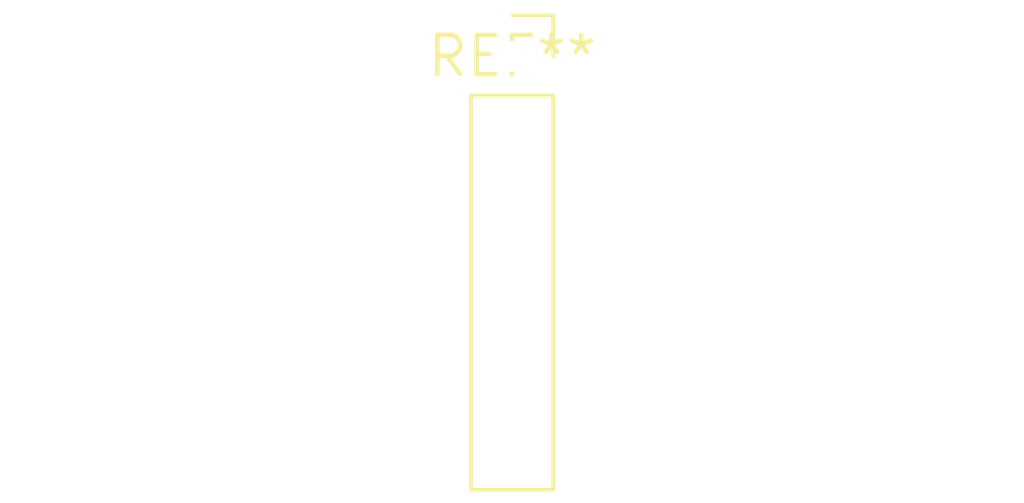
<source format=kicad_pcb>
(kicad_pcb (version 20240108) (generator pcbnew)
  (layers (0 "F.Cu" signal) (31 "B.Cu" signal) (34 "B.Paste" user) (35 "F.Paste" user) (36 "B.SilkS" user "B.Silkscreen") (37 "F.SilkS" user "F.Silkscreen") (38 "B.Mask" user) (39 "F.Mask" user) (44 "Edge.Cuts" user))
  (net 0 "")
  (footprint "PinSocket_1x06_P2.54mm_Vertical" (layer "F.Cu") (at 0 0)
    (property "Reference" "REF**")
    (property "Value" "PinSocket_1x06_P2.54mm_Vertical")
    (fp_line (start -1.33 1.27) (end -1.33 14.03) (layer "F.SilkS") (stroke (width 0.12)))
    (fp_line (start -1.33 1.27) (end 1.33 1.27) (layer "F.SilkS") (stroke (width 0.12)))
    (fp_line (start -1.33 14.03) (end 1.33 14.03) (layer "F.SilkS") (stroke (width 0.12)))
    (fp_line (start 0 -1.33) (end 1.33 -1.33) (layer "F.SilkS") (stroke (width 0.12)))
    (fp_line (start 1.33 -1.33) (end 1.33 0) (layer "F.SilkS") (stroke (width 0.12)))
    (fp_line (start 1.33 1.27) (end 1.33 14.03) (layer "F.SilkS") (stroke (width 0.12)))
    (pad "1" thru_hole rect (at 0 0) (size 1.7 1.7) (drill 1) (layers *.Cu *.Mask) (remove_unused_layers))
    (pad "2" thru_hole oval (at 0 2.54) (size 1.7 1.7) (drill 1) (layers *.Cu *.Mask) (remove_unused_layers))
    (pad "3" thru_hole oval (at 0 5.08) (size 1.7 1.7) (drill 1) (layers *.Cu *.Mask) (remove_unused_layers))
    (pad "4" thru_hole oval (at 0 7.62) (size 1.7 1.7) (drill 1) (layers *.Cu *.Mask) (remove_unused_layers))
    (pad "5" thru_hole oval (at 0 10.16) (size 1.7 1.7) (drill 1) (layers *.Cu *.Mask) (remove_unused_layers))
    (pad "6" thru_hole oval (at 0 12.7) (size 1.7 1.7) (drill 1) (layers *.Cu *.Mask) (remove_unused_layers))
  )
)
</source>
